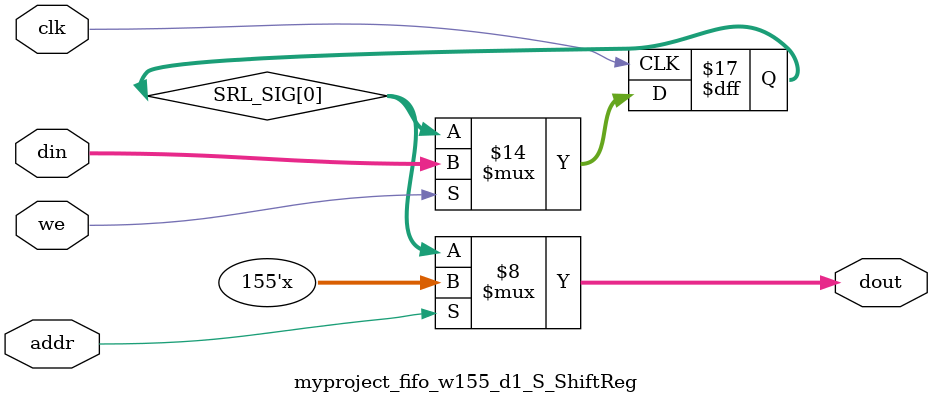
<source format=v>

`timescale 1ns/1ps

module myproject_fifo_w155_d1_S
#(parameter
    MEM_STYLE    = "shiftReg",
    DATA_WIDTH   = 155,
    ADDR_WIDTH   = 1,
    DEPTH        = 1)
(
    // system signal
    input  wire                  clk,
    input  wire                  reset,

    // write
    output wire                  if_full_n,
    input  wire                  if_write_ce,
    input  wire                  if_write,
    input  wire [DATA_WIDTH-1:0] if_din,
    
    // read 
    output wire [ADDR_WIDTH:0]   if_num_data_valid, // for FRP
    output wire [ADDR_WIDTH:0]   if_fifo_cap,       // for FRP

    output wire                  if_empty_n,
    input  wire                  if_read_ce,
    input  wire                  if_read,
    output wire [DATA_WIDTH-1:0] if_dout
);
//------------------------Parameter----------------------
localparam 
    SRL_DEPTH    = DEPTH,
    SRL_AWIDTH   = ADDR_WIDTH;
//------------------------Local signal-------------------
    reg  [SRL_AWIDTH-1:0] addr;
    wire                  push;
    wire                  pop;
    reg  [SRL_AWIDTH:0]   mOutPtr;
    reg                   empty_n = 1'b0;
    reg                   full_n = 1'b1; 

//------------------------Instantiation------------------
    myproject_fifo_w155_d1_S_ShiftReg 
    #(  .DATA_WIDTH (DATA_WIDTH),
        .ADDR_WIDTH (SRL_AWIDTH),
        .DEPTH      (SRL_DEPTH))
    U_myproject_fifo_w155_d1_S_ShiftReg (
        .clk        (clk),
        .we         (push),
        .addr       (addr),
        .din        (if_din),
        .dout       (if_dout)
    );
//------------------------Task and function--------------

//------------------------Body---------------------------
    // num_data_valid 
    assign if_num_data_valid = mOutPtr;
    assign if_fifo_cap       = DEPTH;

    // almost full/empty 

    // program full/empty 

    assign if_full_n  = full_n; 
    assign if_empty_n = empty_n;

    assign push       = full_n & if_write_ce & if_write;
    assign pop        = empty_n & if_read_ce & if_read;

    // addr
    always @(posedge clk) begin
        if (reset)
            addr <= {SRL_AWIDTH{1'b0}};
        else if (push & ~pop && empty_n)
            addr <= addr + 1'b1;
        else if (~push & pop && (mOutPtr != 1))
            addr <= addr - 1'b1;
    end

    // mOutPtr
    always @(posedge clk) begin
        if (reset)
            mOutPtr <= {SRL_AWIDTH+1{1'b0}};
        else if (push & ~pop)
            mOutPtr <= mOutPtr + 1'b1;
        else if (~push & pop)
            mOutPtr <= mOutPtr - 1'b1;
    end

    // full_n
    always @(posedge clk) begin
        if (reset)
            full_n <= 1'b1;
        else if ((push & ~pop) && (mOutPtr == DEPTH - 1))
            full_n <= 1'b0;
        else if (~push & pop)
            full_n <= 1'b1;
    end

    // empty_n
    always @(posedge clk) begin
        if (reset)
            empty_n <= 1'b0;
        else if (push & ~pop)
            empty_n <= 1'b1;
        else if ((~push & pop) && (mOutPtr == 1))
            empty_n <= 1'b0;
    end

    // almost_full_n 

    // almost_empty_n 

    // prog_full_n 
 
    // prog_empty_n 

endmodule  


module myproject_fifo_w155_d1_S_ShiftReg
#(parameter
    DATA_WIDTH  = 155,
    ADDR_WIDTH  = 1,
    DEPTH       = 1)
(
    input  wire                  clk,
    input  wire                  we,
    input  wire [ADDR_WIDTH-1:0] addr,
    input  wire [DATA_WIDTH-1:0] din,
    output wire [DATA_WIDTH-1:0] dout
);

    reg [DATA_WIDTH-1:0] SRL_SIG [0:DEPTH-1];
    integer i;

    always @(posedge clk) begin
        if (we) begin
            for (i=0; i<DEPTH-1; i=i+1)
                SRL_SIG[i+1] <= SRL_SIG[i];
            SRL_SIG[0] <= din;
        end
    end

    assign dout = SRL_SIG[addr];

endmodule
</source>
